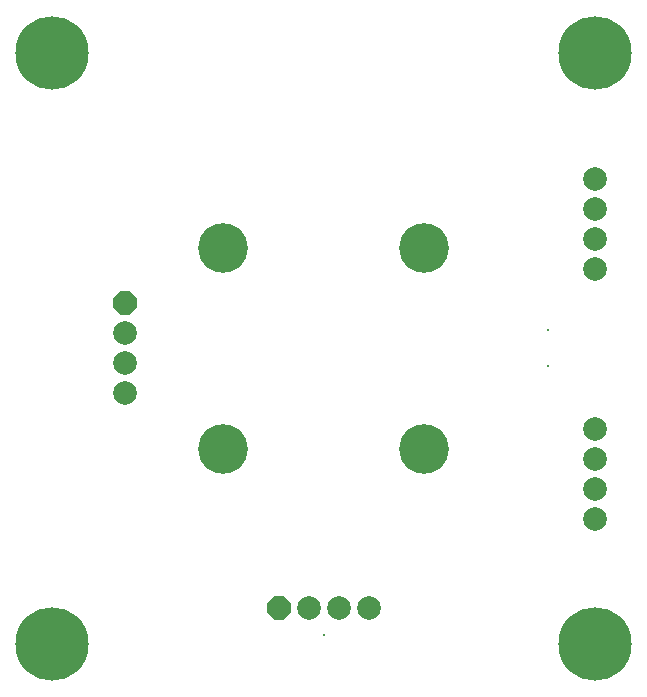
<source format=gbs>
G04 Layer_Color=16711935*
%FSLAX44Y44*%
%MOMM*%
G71*
G01*
G75*
%ADD30C,0.2032*%
%ADD31C,2.0032*%
G04:AMPARAMS|DCode=32|XSize=0.2032mm|YSize=0.2032mm|CornerRadius=0mm|HoleSize=0mm|Usage=FLASHONLY|Rotation=0.000|XOffset=0mm|YOffset=0mm|HoleType=Round|Shape=RoundedRectangle|*
%AMROUNDEDRECTD32*
21,1,0.2032,0.2032,0,0,0.0*
21,1,0.2032,0.2032,0,0,0.0*
1,1,0.0000,0.1016,-0.1016*
1,1,0.0000,-0.1016,-0.1016*
1,1,0.0000,-0.1016,0.1016*
1,1,0.0000,0.1016,0.1016*
%
%ADD32ROUNDEDRECTD32*%
%ADD33P,2.1683X8X22.5*%
%ADD34P,2.1683X8X292.5*%
%ADD35C,4.2032*%
%ADD36C,6.2032*%
D30*
X465000Y285240D02*
D03*
Y315240D02*
D03*
D31*
X505000Y417700D02*
D03*
Y392300D02*
D03*
Y366900D02*
D03*
Y443100D02*
D03*
X504500Y206750D02*
D03*
Y181350D02*
D03*
Y155950D02*
D03*
Y232150D02*
D03*
X262300Y80000D02*
D03*
X287700D02*
D03*
X313100D02*
D03*
X107000Y261900D02*
D03*
Y287300D02*
D03*
Y312700D02*
D03*
D32*
X275000Y57200D02*
D03*
D33*
X236900Y80000D02*
D03*
D34*
X107000Y338100D02*
D03*
D35*
X360000Y385000D02*
D03*
X190000D02*
D03*
Y215000D02*
D03*
X360000D02*
D03*
D36*
X505000Y550000D02*
D03*
X45000D02*
D03*
Y50000D02*
D03*
X505000D02*
D03*
M02*

</source>
